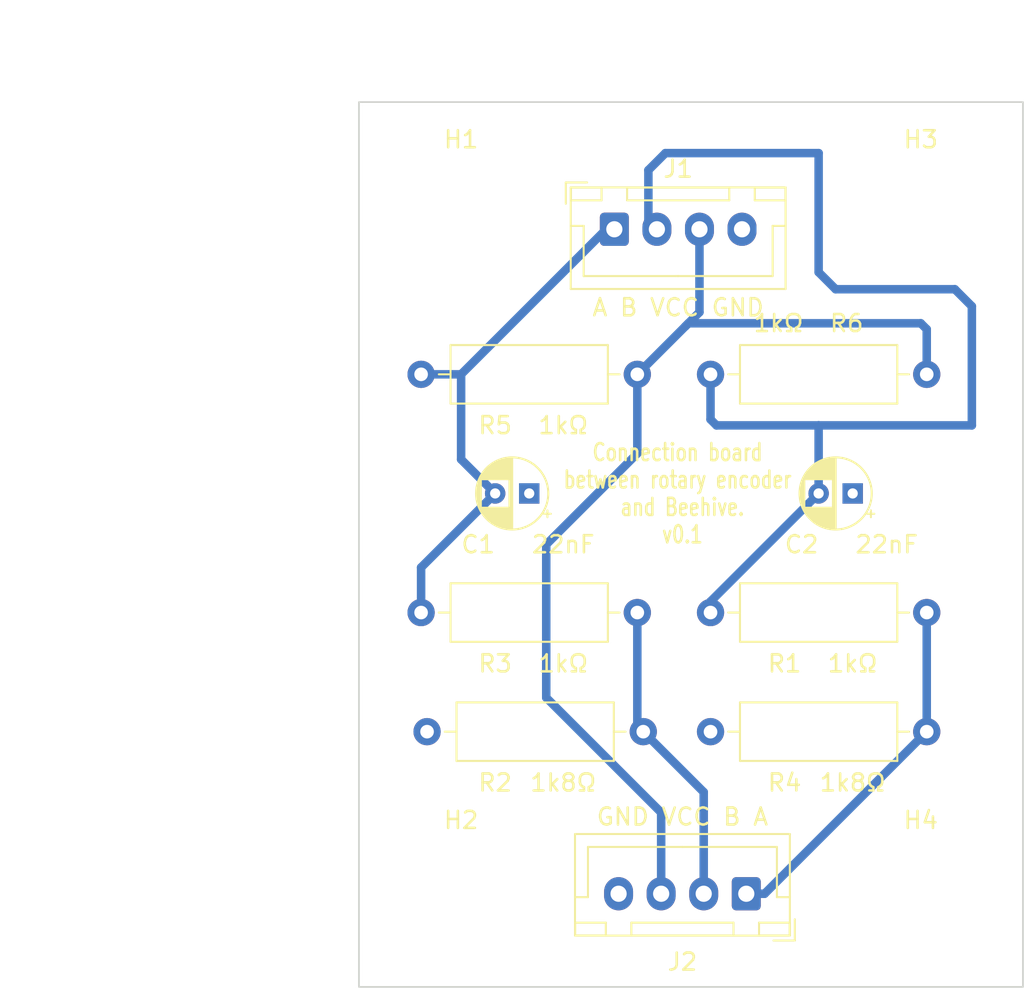
<source format=kicad_pcb>
(kicad_pcb (version 20211014) (generator pcbnew)
  (title_block (title "Rotary Encoder Board") (date "10/08/2022"))
  (layers (0 "F.Cu" signal) (31 "B.Cu" signal) (34 "B.Paste" user) (35 "F.Paste" user) (36 "B.SilkS" user "B.Silkscreen") (37 "F.SilkS" user "F.Silkscreen") (38 "B.Mask" user) (39 "F.Mask" user) (44 "Edge.Cuts" user))
  (net 0 "")
  (net 1 "GND")
  (net 2 "Net-(C1-Pad2)")
  (net 3 "Net-(J1-Pad2)")
  (net 4 "+5V")
  (net 5 "Net-(J2-Pad1)")
  (net 6 "Net-(J2-Pad2)")
  (footprint "Resistor_THT:R_Axial_DIN0309_L9.0mm_D3.2mm_P12.70mm_Horizontal" (layer "F.Cu") (at 75.35 99 180)
    (fp_text reference "R1" (at 8.35 -3) (layer "F.SilkS"))
    (fp_text value "1kΩ" (at 4.35 -3) (layer "F.SilkS"))
    (fp_line (start 10.97 -1.72) (end 1.73 -1.72) (layer "F.SilkS") (width 0.12))
    (fp_line (start 1.73 -1.72) (end 1.73 1.72) (layer "F.SilkS") (width 0.12))
    (fp_line (start 10.97 1.72) (end 10.97 -1.72) (layer "F.SilkS") (width 0.12))
    (fp_line (start 1.04 0) (end 1.73 0) (layer "F.SilkS") (width 0.12))
    (fp_line (start 1.73 1.72) (end 10.97 1.72) (layer "F.SilkS") (width 0.12))
    (fp_line (start 11.66 0) (end 10.97 0) (layer "F.SilkS") (width 0.12))
    (pad "1" thru_hole circle (at 0 0 180) (size 1.6 1.6) (drill 0.8) (layers *.Cu *.Mask) (net 5 "Net-(J2-Pad1)"))
    (pad "2" thru_hole oval (at 12.7 0 180) (size 1.6 1.6) (drill 0.8) (layers *.Cu *.Mask) (net 3 "Net-(J1-Pad2)"))
  )
  (footprint "Capacitor_THT:CP_Radial_D4.0mm_P2.00mm" (layer "F.Cu") (at 71 92 180)
    (fp_text reference "C2" (at 3 -3) (layer "F.SilkS"))
    (fp_text value "22nF" (at -2 -3) (layer "F.SilkS"))
    (fp_line (start 1.04 -2.08) (end 1.04 2.08) (layer "F.SilkS") (width 0.12))
    (fp_line (start 1.24 -2.067) (end 1.24 -0.84) (layer "F.SilkS") (width 0.12))
    (fp_line (start 2.201 0.84) (end 2.201 1.708) (layer "F.SilkS") (width 0.12))
    (fp_line (start 1.801 0.84) (end 1.801 1.924) (layer "F.SilkS") (width 0.12))
    (fp_line (start 2.441 -1.516) (end 2.441 -0.84) (layer "F.SilkS") (width 0.12))
    (fp_line (start 2.601 0.84) (end 2.601 1.351) (layer "F.SilkS") (width 0.12))
    (fp_line (start 2.321 0.84) (end 2.321 1.619) (layer "F.SilkS") (width 0.12))
    (fp_line (start 1.08 -2.079) (end 1.08 2.079) (layer "F.SilkS") (width 0.12))
    (fp_line (start 2.721 0.84) (end 2.721 1.2) (layer "F.SilkS") (width 0.12))
    (fp_line (start 1.32 0.84) (end 1.32 2.056) (layer "F.SilkS") (width 0.12))
    (fp_line (start 1.12 -2.077) (end 1.12 2.077) (layer "F.SilkS") (width 0.12))
    (fp_line (start 2.681 0.84) (end 2.681 1.254) (layer "F.SilkS") (width 0.12))
    (fp_line (start 1.44 -2.034) (end 1.44 -0.84) (layer "F.SilkS") (width 0.12))
    (fp_line (start 1.64 -1.982) (end 1.64 -0.84) (layer "F.SilkS") (width 0.12))
    (fp_line (start 2.641 0.84) (end 2.641 1.304) (layer "F.SilkS") (width 0.12))
    (fp_line (start 1.68 -1.968) (end 1.68 -0.84) (layer "F.SilkS") (width 0.12))
    (fp_line (start -1.269801 -1.195) (end -0.869801 -1.195) (layer "F.SilkS") (width 0.12))
    (fp_line (start 2.041 0.84) (end 2.041 1.808) (layer "F.SilkS") (width 0.12))
    (fp_line (start 2.681 -1.254) (end 2.681 -0.84) (layer "F.SilkS") (width 0.12))
    (fp_line (start 1.721 0.84) (end 1.721 1.954) (layer "F.SilkS") (width 0.12))
    (fp_line (start 2.081 0.84) (end 2.081 1.785) (layer "F.SilkS") (width 0.12))
    (fp_line (start 1.36 0.84) (end 1.36 2.05) (layer "F.SilkS") (width 0.12))
    (fp_line (start 2.201 -1.708) (end 2.201 -0.84) (layer "F.SilkS") (width 0.12))
    (fp_line (start 2.761 -1.142) (end 2.761 -0.84) (layer "F.SilkS") (width 0.12))
    (fp_line (start 2.481 0.84) (end 2.481 1.478) (layer "F.SilkS") (width 0.12))
    (fp_line (start 1.48 -2.025) (end 1.48 -0.84) (layer "F.SilkS") (width 0.12))
    (fp_line (start 1.6 0.84) (end 1.6 1.994) (layer "F.SilkS") (width 0.12))
    (fp_line (start 1.961 0.84) (end 1.961 1.851) (layer "F.SilkS") (width 0.12))
    (fp_line (start 3.081 -0.37) (end 3.081 0.37) (layer "F.SilkS") (width 0.12))
    (fp_line (start 1 -2.08) (end 1 2.08) (layer "F.SilkS") (width 0.12))
    (fp_line (start 2.401 -1.552) (end 2.401 -0.84) (layer "F.SilkS") (width 0.12))
    (fp_line (start 2.721 -1.2) (end 2.721 -0.84) (layer "F.SilkS") (width 0.12))
    (fp_line (start 1.52 0.84) (end 1.52 2.016) (layer "F.SilkS") (width 0.12))
    (fp_line (start 1.28 0.84) (end 1.28 2.062) (layer "F.SilkS") (width 0.12))
    (fp_line (start 1.921 -1.87) (end 1.921 -0.84) (layer "F.SilkS") (width 0.12))
    (fp_line (start 2.641 -1.304) (end 2.641 -0.84) (layer "F.SilkS") (width 0.12))
    (fp_line (start 1.961 -1.851) (end 1.961 -0.84) (layer "F.SilkS") (width 0.12))
    (fp_line (start 2.761 0.84) (end 2.761 1.142) (layer "F.SilkS") (width 0.12))
    (fp_line (start 1.44 0.84) (end 1.44 2.034) (layer "F.SilkS") (width 0.12))
    (fp_line (start 2.001 -1.83) (end 2.001 -0.84) (layer "F.SilkS") (width 0.12))
    (fp_line (start 1.841 -1.907) (end 1.841 -0.84) (layer "F.SilkS") (width 0.12))
    (fp_line (start 2.801 0.84) (end 2.801 1.08) (layer "F.SilkS") (width 0.12))
    (fp_line (start 2.121 0.84) (end 2.121 1.76) (layer "F.SilkS") (width 0.12))
    (fp_line (start 2.801 -1.08) (end 2.801 -0.84) (layer "F.SilkS") (width 0.12))
    (fp_line (start 1.801 -1.924) (end 1.801 -0.84) (layer "F.SilkS") (width 0.12))
    (fp_line (start 1.881 0.84) (end 1.881 1.889) (layer "F.SilkS") (width 0.12))
    (fp_line (start 2.881 -0.94) (end 2.881 0.94) (layer "F.SilkS") (width 0.12))
    (fp_line (start 2.361 0.84) (end 2.361 1.587) (layer "F.SilkS") (width 0.12))
    (fp_line (start 1.36 -2.05) (end 1.36 -0.84) (layer "F.SilkS") (width 0.12))
    (fp_line (start 1.6 -1.994) (end 1.6 -0.84) (layer "F.SilkS") (width 0.12))
    (fp_line (start 3.041 -0.537) (end 3.041 0.537) (layer "F.SilkS") (width 0.12))
    (fp_line (start 1.56 -2.005) (end 1.56 -0.84) (layer "F.SilkS") (width 0.12))
    (fp_line (start 2.961 -0.768) (end 2.961 0.768) (layer "F.SilkS") (width 0.12))
    (fp_line (start 2.441 0.84) (end 2.441 1.516) (layer "F.SilkS") (width 0.12))
    (fp_line (start 1.2 -2.071) (end 1.2 -0.84) (layer "F.SilkS") (width 0.12))
    (fp_line (start 1.4 0.84) (end 1.4 2.042) (layer "F.SilkS") (width 0.12))
    (fp_line (start 1.761 0.84) (end 1.761 1.94) (layer "F.SilkS") (width 0.12))
    (fp_line (start 2.561 -1.396) (end 2.561 -0.84) (layer "F.SilkS") (width 0.12))
    (fp_line (start 2.281 -1.65) (end 2.281 -0.84) (layer "F.SilkS") (width 0.12))
    (fp_line (start 2.601 -1.351) (end 2.601 -0.84) (layer "F.SilkS") (width 0.12))
    (fp_line (start 1.32 -2.056) (end 1.32 -0.84) (layer "F.SilkS") (width 0.12))
    (fp_line (start 2.081 -1.785) (end 2.081 -0.84) (layer "F.SilkS") (width 0.12))
    (fp_line (start 2.361 -1.587) (end 2.361 -0.84) (layer "F.SilkS") (width 0.12))
    (fp_line (start 1.28 -2.062) (end 1.28 -0.84) (layer "F.SilkS") (width 0.12))
    (fp_line (start 1.881 -1.889) (end 1.881 -0.84) (layer "F.SilkS") (width 0.12))
    (fp_line (start 2.921 -0.859) (end 2.921 0.859) (layer "F.SilkS") (width 0.12))
    (fp_line (start 2.241 -1.68) (end 2.241 -0.84) (layer "F.SilkS") (width 0.12))
    (fp_line (start 1.2 0.84) (end 1.2 2.071) (layer "F.SilkS") (width 0.12))
    (fp_line (start 1.48 0.84) (end 1.48 2.025) (layer "F.SilkS") (width 0.12))
    (fp_line (start 1.64 0.84) (end 1.64 1.982) (layer "F.SilkS") (width 0.12))
    (fp_line (start 1.921 0.84) (end 1.921 1.87) (layer "F.SilkS") (width 0.12))
    (fp_line (start 1.16 -2.074) (end 1.16 2.074) (layer "F.SilkS") (width 0.12))
    (fp_line (start 2.161 -1.735) (end 2.161 -0.84) (layer "F.SilkS") (width 0.12))
    (fp_line (start 1.24 0.84) (end 1.24 2.067) (layer "F.SilkS") (width 0.12))
    (fp_line (start 2.281 0.84) (end 2.281 1.65) (layer "F.SilkS") (width 0.12))
    (fp_line (start 2.521 -1.438) (end 2.521 -0.84) (layer "F.SilkS") (width 0.12))
    (fp_line (start 2.841 -1.013) (end 2.841 1.013) (layer "F.SilkS") (width 0.12))
    (fp_line (start 3.001 -0.664) (end 3.001 0.664) (layer "F.SilkS") (width 0.12))
    (fp_line (start 2.001 0.84) (end 2.001 1.83) (layer "F.SilkS") (width 0.12))
    (fp_line (start 1.52 -2.016) (end 1.52 -0.84) (layer "F.SilkS") (width 0.12))
    (fp_line (start 2.161 0.84) (end 2.161 1.735) (layer "F.SilkS") (width 0.12))
    (fp_line (start 1.56 0.84) (end 1.56 2.005) (layer "F.SilkS") (width 0.12))
    (fp_line (start 2.481 -1.478) (end 2.481 -0.84) (layer "F.SilkS") (width 0.12))
    (fp_line (start 2.561 0.84) (end 2.561 1.396) (layer "F.SilkS") (width 0.12))
    (fp_line (start 2.521 0.84) (end 2.521 1.438) (layer "F.SilkS") (width 0.12))
    (fp_line (start 1.841 0.84) (end 1.841 1.907) (layer "F.SilkS") (width 0.12))
    (fp_line (start 2.241 0.84) (end 2.241 1.68) (layer "F.SilkS") (width 0.12))
    (fp_line (start 2.401 0.84) (end 2.401 1.552) (layer "F.SilkS") (width 0.12))
    (fp_line (start 2.321 -1.619) (end 2.321 -0.84) (layer "F.SilkS") (width 0.12))
    (fp_line (start 2.041 -1.808) (end 2.041 -0.84) (layer "F.SilkS") (width 0.12))
    (fp_line (start 1.68 0.84) (end 1.68 1.968) (layer "F.SilkS") (width 0.12))
    (fp_line (start 1.4 -2.042) (end 1.4 -0.84) (layer "F.SilkS") (width 0.12))
    (fp_line (start -1.069801 -1.395) (end -1.069801 -0.995) (layer "F.SilkS") (width 0.12))
    (fp_line (start 2.121 -1.76) (end 2.121 -0.84) (layer "F.SilkS") (width 0.12))
    (fp_line (start 1.721 -1.954) (end 1.721 -0.84) (layer "F.SilkS") (width 0.12))
    (fp_line (start 1.761 -1.94) (end 1.761 -0.84) (layer "F.SilkS") (width 0.12))
    (fp_circle (center 1 0) (end 3.12 0) (layer "F.SilkS") (width 0.12) (fill none))
    (pad "1" thru_hole rect (at 0 0 180) (size 1.2 1.2) (drill 0.6) (layers *.Cu *.Mask) (net 1 "GND"))
    (pad "2" thru_hole circle (at 2 0 180) (size 1.2 1.2) (drill 0.6) (layers *.Cu *.Mask) (net 3 "Net-(J1-Pad2)"))
  )
  (footprint "Connector_JST:JST_XH_B4B-XH-A_1x04_P2.50mm_Vertical" (layer "F.Cu") (at 64.75 115.525 180)
    (fp_text reference "J2" (at 3.75 -4) (layer "F.SilkS"))
    (fp_text value "GND VCC B A" (at 3.75 4.525) (layer "F.SilkS"))
    (fp_line (start 0.75 -2.45) (end 0.75 -1.7) (layer "F.SilkS") (width 0.12))
    (fp_line (start -1.6 -2.75) (end -2.85 -2.75) (layer "F.SilkS") (width 0.12))
    (fp_line (start -0.75 -1.7) (end -0.75 -2.45) (layer "F.SilkS") (width 0.12))
    (fp_line (start 9.3 2.75) (end 3.75 2.75) (layer "F.SilkS") (width 0.12))
    (fp_line (start -2.56 -2.46) (end -2.56 3.51) (layer "F.SilkS") (width 0.12))
    (fp_line (start -2.56 3.51) (end 10.06 3.51) (layer "F.SilkS") (width 0.12))
    (fp_line (start -2.55 -1.7) (end -0.75 -1.7) (layer "F.SilkS") (width 0.12))
    (fp_line (start 10.05 -0.2) (end 9.3 -0.2) (layer "F.SilkS") (width 0.12))
    (fp_line (start -1.8 -0.2) (end -1.8 2.75) (layer "F.SilkS") (width 0.12))
    (fp_line (start 6.75 -1.7) (end 6.75 -2.45) (layer "F.SilkS") (width 0.12))
    (fp_line (start 10.05 -1.7) (end 10.05 -2.45) (layer "F.SilkS") (width 0.12))
    (fp_line (start 10.05 -2.45) (end 8.25 -2.45) (layer "F.SilkS") (width 0.12))
    (fp_line (start 10.06 3.51) (end 10.06 -2.46) (layer "F.SilkS") (width 0.12))
    (fp_line (start 8.25 -2.45) (end 8.25 -1.7) (layer "F.SilkS") (width 0.12))
    (fp_line (start 9.3 -0.2) (end 9.3 2.75) (layer "F.SilkS") (width 0.12))
    (fp_line (start 8.25 -1.7) (end 10.05 -1.7) (layer "F.SilkS") (width 0.12))
    (fp_line (start -2.85 -2.75) (end -2.85 -1.5) (layer "F.SilkS") (width 0.12))
    (fp_line (start 0.75 -1.7) (end 6.75 -1.7) (layer "F.SilkS") (width 0.12))
    (fp_line (start -0.75 -2.45) (end -2.55 -2.45) (layer "F.SilkS") (width 0.12))
    (fp_line (start 6.75 -2.45) (end 0.75 -2.45) (layer "F.SilkS") (width 0.12))
    (fp_line (start 10.06 -2.46) (end -2.56 -2.46) (layer "F.SilkS") (width 0.12))
    (fp_line (start -2.55 -0.2) (end -1.8 -0.2) (layer "F.SilkS") (width 0.12))
    (fp_line (start -2.55 -2.45) (end -2.55 -1.7) (layer "F.SilkS") (width 0.12))
    (fp_line (start -1.8 2.75) (end 3.75 2.75) (layer "F.SilkS") (width 0.12))
    (pad "1" thru_hole roundrect (at 0 0 180) (size 1.7 1.95) (drill 0.95) (layers *.Cu *.Mask) (roundrect_rratio 0.147059) (net 5 "Net-(J2-Pad1)"))
    (pad "2" thru_hole oval (at 2.5 0 180) (size 1.7 1.95) (drill 0.95) (layers *.Cu *.Mask) (net 6 "Net-(J2-Pad2)"))
    (pad "3" thru_hole oval (at 5 0 180) (size 1.7 1.95) (drill 0.95) (layers *.Cu *.Mask) (net 4 "+5V"))
    (pad "4" thru_hole oval (at 7.5 0 180) (size 1.7 1.95) (drill 0.95) (layers *.Cu *.Mask) (net 1 "GND"))
  )
  (footprint "Resistor_THT:R_Axial_DIN0309_L9.0mm_D3.2mm_P12.70mm_Horizontal" (layer "F.Cu") (at 46 106)
    (fp_text reference "R2" (at 4 3) (layer "F.SilkS"))
    (fp_text value "1k8Ω" (at 8 3) (layer "F.SilkS"))
    (fp_line (start 1.73 1.72) (end 10.97 1.72) (layer "F.SilkS") (width 0.12))
    (fp_line (start 10.97 -1.72) (end 1.73 -1.72) (layer "F.SilkS") (width 0.12))
    (fp_line (start 10.97 1.72) (end 10.97 -1.72) (layer "F.SilkS") (width 0.12))
    (fp_line (start 11.66 0) (end 10.97 0) (layer "F.SilkS") (width 0.12))
    (fp_line (start 1.73 -1.72) (end 1.73 1.72) (layer "F.SilkS") (width 0.12))
    (fp_line (start 1.04 0) (end 1.73 0) (layer "F.SilkS") (width 0.12))
    (pad "1" thru_hole circle (at 0 0) (size 1.6 1.6) (drill 0.8) (layers *.Cu *.Mask) (net 1 "GND"))
    (pad "2" thru_hole oval (at 12.7 0) (size 1.6 1.6) (drill 0.8) (layers *.Cu *.Mask) (net 6 "Net-(J2-Pad2)"))
  )
  (footprint "Capacitor_THT:CP_Radial_D4.0mm_P2.00mm" (layer "F.Cu") (at 52 92 180)
    (fp_text reference "C1" (at 3 -3) (layer "F.SilkS"))
    (fp_text value "22nF" (at -2 -3) (layer "F.SilkS"))
    (fp_line (start 2.441 0.84) (end 2.441 1.516) (layer "F.SilkS") (width 0.12))
    (fp_line (start 1.56 0.84) (end 1.56 2.005) (layer "F.SilkS") (width 0.12))
    (fp_line (start 1.841 0.84) (end 1.841 1.907) (layer "F.SilkS") (width 0.12))
    (fp_line (start 2.401 -1.552) (end 2.401 -0.84) (layer "F.SilkS") (width 0.12))
    (fp_line (start 1.48 -2.025) (end 1.48 -0.84) (layer "F.SilkS") (width 0.12))
    (fp_line (start 1.761 -1.94) (end 1.761 -0.84) (layer "F.SilkS") (width 0.12))
    (fp_line (start 2.161 0.84) (end 2.161 1.735) (layer "F.SilkS") (width 0.12))
    (fp_line (start 1.44 -2.034) (end 1.44 -0.84) (layer "F.SilkS") (width 0.12))
    (fp_line (start 2.081 0.84) (end 2.081 1.785) (layer "F.SilkS") (width 0.12))
    (fp_line (start 2.721 0.84) (end 2.721 1.2) (layer "F.SilkS") (width 0.12))
    (fp_line (start 1.52 0.84) (end 1.52 2.016) (layer "F.SilkS") (width 0.12))
    (fp_line (start 2.121 -1.76) (end 2.121 -0.84) (layer "F.SilkS") (width 0.12))
    (fp_line (start 2.681 0.84) (end 2.681 1.254) (layer "F.SilkS") (width 0.12))
    (fp_line (start 1.2 -2.071) (end 1.2 -0.84) (layer "F.SilkS") (width 0.12))
    (fp_line (start 1.08 -2.079) (end 1.08 2.079) (layer "F.SilkS") (width 0.12))
    (fp_line (start 2.801 0.84) (end 2.801 1.08) (layer "F.SilkS") (width 0.12))
    (fp_line (start 2.681 -1.254) (end 2.681 -0.84) (layer "F.SilkS") (width 0.12))
    (fp_line (start 2.801 -1.08) (end 2.801 -0.84) (layer "F.SilkS") (width 0.12))
    (fp_line (start 1.68 -1.968) (end 1.68 -0.84) (layer "F.SilkS") (width 0.12))
    (fp_line (start 2.761 -1.142) (end 2.761 -0.84) (layer "F.SilkS") (width 0.12))
    (fp_line (start 2.001 -1.83) (end 2.001 -0.84) (layer "F.SilkS") (width 0.12))
    (fp_line (start 1.721 0.84) (end 1.721 1.954) (layer "F.SilkS") (width 0.12))
    (fp_line (start 2.321 0.84) (end 2.321 1.619) (layer "F.SilkS") (width 0.12))
    (fp_line (start 2.641 0.84) (end 2.641 1.304) (layer "F.SilkS") (width 0.12))
    (fp_line (start -1.069801 -1.395) (end -1.069801 -0.995) (layer "F.SilkS") (width 0.12))
    (fp_line (start 1.36 0.84) (end 1.36 2.05) (layer "F.SilkS") (width 0.12))
    (fp_line (start 1.2 0.84) (end 1.2 2.071) (layer "F.SilkS") (width 0.12))
    (fp_line (start 1.28 0.84) (end 1.28 2.062) (layer "F.SilkS") (width 0.12))
    (fp_line (start 1.12 -2.077) (end 1.12 2.077) (layer "F.SilkS") (width 0.12))
    (fp_line (start 3.081 -0.37) (end 3.081 0.37) (layer "F.SilkS") (width 0.12))
    (fp_line (start 2.881 -0.94) (end 2.881 0.94) (layer "F.SilkS") (width 0.12))
    (fp_line (start 1.56 -2.005) (end 1.56 -0.84) (layer "F.SilkS") (width 0.12))
    (fp_line (start 1.921 -1.87) (end 1.921 -0.84) (layer "F.SilkS") (width 0.12))
    (fp_line (start 1.24 0.84) (end 1.24 2.067) (layer "F.SilkS") (width 0.12))
    (fp_line (start 1.64 0.84) (end 1.64 1.982) (layer "F.SilkS") (width 0.12))
    (fp_line (start 2.201 -1.708) (end 2.201 -0.84) (layer "F.SilkS") (width 0.12))
    (fp_line (start 2.481 -1.478) (end 2.481 -0.84) (layer "F.SilkS") (width 0.12))
    (fp_line (start 2.921 -0.859) (end 2.921 0.859) (layer "F.SilkS") (width 0.12))
    (fp_line (start 1.881 0.84) (end 1.881 1.889) (layer "F.SilkS") (width 0.12))
    (fp_line (start 1.961 0.84) (end 1.961 1.851) (layer "F.SilkS") (width 0.12))
    (fp_line (start 2.041 0.84) (end 2.041 1.808) (layer "F.SilkS") (width 0.12))
    (fp_line (start 1.761 0.84) (end 1.761 1.94) (layer "F.SilkS") (width 0.12))
    (fp_line (start 2.521 -1.438) (end 2.521 -0.84) (layer "F.SilkS") (width 0.12))
    (fp_line (start -1.269801 -1.195) (end -0.869801 -1.195) (layer "F.SilkS") (width 0.12))
    (fp_line (start 2.361 -1.587) (end 2.361 -0.84) (layer "F.SilkS") (width 0.12))
    (fp_line (start 1.44 0.84) (end 1.44 2.034) (layer "F.SilkS") (width 0.12))
    (fp_line (start 2.081 -1.785) (end 2.081 -0.84) (layer "F.SilkS") (width 0.12))
    (fp_line (start 2.721 -1.2) (end 2.721 -0.84) (layer "F.SilkS") (width 0.12))
    (fp_line (start 1.16 -2.074) (end 1.16 2.074) (layer "F.SilkS") (width 0.12))
    (fp_line (start 2.441 -1.516) (end 2.441 -0.84) (layer "F.SilkS") (width 0.12))
    (fp_line (start 2.641 -1.304) (end 2.641 -0.84) (layer "F.SilkS") (width 0.12))
    (fp_line (start 2.401 0.84) (end 2.401 1.552) (layer "F.SilkS") (width 0.12))
    (fp_line (start 3.041 -0.537) (end 3.041 0.537) (layer "F.SilkS") (width 0.12))
    (fp_line (start 2.361 0.84) (end 2.361 1.587) (layer "F.SilkS") (width 0.12))
    (fp_line (start 2.241 -1.68) (end 2.241 -0.84) (layer "F.SilkS") (width 0.12))
    (fp_line (start 2.241 0.84) (end 2.241 1.68) (layer "F.SilkS") (width 0.12))
    (fp_line (start 1.841 -1.907) (end 1.841 -0.84) (layer "F.SilkS") (width 0.12))
    (fp_line (start 1.801 0.84) (end 1.801 1.924) (layer "F.SilkS") (width 0.12))
    (fp_line (start 2.521 0.84) (end 2.521 1.438) (layer "F.SilkS") (width 0.12))
    (fp_line (start 1.04 -2.08) (end 1.04 2.08) (layer "F.SilkS") (width 0.12))
    (fp_line (start 2.841 -1.013) (end 2.841 1.013) (layer "F.SilkS") (width 0.12))
    (fp_line (start 2.561 -1.396) (end 2.561 -0.84) (layer "F.SilkS") (width 0.12))
    (fp_line (start 2.281 -1.65) (end 2.281 -0.84) (layer "F.SilkS") (width 0.12))
    (fp_line (start 1.4 -2.042) (end 1.4 -0.84) (layer "F.SilkS") (width 0.12))
    (fp_line (start 1.68 0.84) (end 1.68 1.968) (layer "F.SilkS") (width 0.12))
    (fp_line (start 1.921 0.84) (end 1.921 1.87) (layer "F.SilkS") (width 0.12))
    (fp_line (start 1.32 -2.056) (end 1.32 -0.84) (layer "F.SilkS") (width 0.12))
    (fp_line (start 2.321 -1.619) (end 2.321 -0.84) (layer "F.SilkS") (width 0.12))
    (fp_line (start 2.001 0.84) (end 2.001 1.83) (layer "F.SilkS") (width 0.12))
    (fp_line (start 2.961 -0.768) (end 2.961 0.768) (layer "F.SilkS") (width 0.12))
    (fp_line (start 1.721 -1.954) (end 1.721 -0.84) (layer "F.SilkS") (width 0.12))
    (fp_line (start 1.961 -1.851) (end 1.961 -0.84) (layer "F.SilkS") (width 0.12))
    (fp_line (start 1.36 -2.05) (end 1.36 -0.84) (layer "F.SilkS") (width 0.12))
    (fp_line (start 1 -2.08) (end 1 2.08) (layer "F.SilkS") (width 0.12))
    (fp_line (start 1.48 0.84) (end 1.48 2.025) (layer "F.SilkS") (width 0.12))
    (fp_line (start 2.561 0.84) (end 2.561 1.396) (layer "F.SilkS") (width 0.12))
    (fp_line (start 2.121 0.84) (end 2.121 1.76) (layer "F.SilkS") (width 0.12))
    (fp_line (start 1.801 -1.924) (end 1.801 -0.84) (layer "F.SilkS") (width 0.12))
    (fp_line (start 1.52 -2.016) (end 1.52 -0.84) (layer "F.SilkS") (width 0.12))
    (fp_line (start 2.281 0.84) (end 2.281 1.65) (layer "F.SilkS") (width 0.12))
    (fp_line (start 3.001 -0.664) (end 3.001 0.664) (layer "F.SilkS") (width 0.12))
    (fp_line (start 1.4 0.84) (end 1.4 2.042) (layer "F.SilkS") (width 0.12))
    (fp_line (start 2.201 0.84) (end 2.201 1.708) (layer "F.SilkS") (width 0.12))
    (fp_line (start 1.881 -1.889) (end 1.881 -0.84) (layer "F.SilkS") (width 0.12))
    (fp_line (start 2.161 -1.735) (end 2.161 -0.84) (layer "F.SilkS") (width 0.12))
    (fp_line (start 1.28 -2.062) (end 1.28 -0.84) (layer "F.SilkS") (width 0.12))
    (fp_line (start 2.601 -1.351) (end 2.601 -0.84) (layer "F.SilkS") (width 0.12))
    (fp_line (start 2.601 0.84) (end 2.601 1.351) (layer "F.SilkS") (width 0.12))
    (fp_line (start 1.32 0.84) (end 1.32 2.056) (layer "F.SilkS") (width 0.12))
    (fp_line (start 2.041 -1.808) (end 2.041 -0.84) (layer "F.SilkS") (width 0.12))
    (fp_line (start 1.64 -1.982) (end 1.64 -0.84) (layer "F.SilkS") (width 0.12))
    (fp_line (start 2.481 0.84) (end 2.481 1.478) (layer "F.SilkS") (width 0.12))
    (fp_line (start 1.6 -1.994) (end 1.6 -0.84) (layer "F.SilkS") (width 0.12))
    (fp_line (start 2.761 0.84) (end 2.761 1.142) (layer "F.SilkS") (width 0.12))
    (fp_line (start 1.24 -2.067) (end 1.24 -0.84) (layer "F.SilkS") (width 0.12))
    (fp_line (start 1.6 0.84) (end 1.6 1.994) (layer "F.SilkS") (width 0.12))
    (fp_circle (center 1 0) (end 3.12 0) (layer "F.SilkS") (width 0.12) (fill none))
    (pad "1" thru_hole rect (at 0 0 180) (size 1.2 1.2) (drill 0.6) (layers *.Cu *.Mask) (net 1 "GND"))
    (pad "2" thru_hole circle (at 2 0 180) (size 1.2 1.2) (drill 0.6) (layers *.Cu *.Mask) (net 2 "Net-(C1-Pad2)"))
  )
  (footprint "Resistor_THT:R_Axial_DIN0309_L9.0mm_D3.2mm_P12.70mm_Horizontal" (layer "F.Cu") (at 62.65 85)
    (fp_text reference "R6" (at 8 -3) (layer "F.SilkS"))
    (fp_text value "1kΩ" (at 4 -3) (layer "F.SilkS"))
    (fp_line (start 10.97 1.72) (end 10.97 -1.72) (layer "F.SilkS") (width 0.12))
    (fp_line (start 11.66 0) (end 10.97 0) (layer "F.SilkS") (width 0.12))
    (fp_line (start 1.04 0) (end 1.73 0) (layer "F.SilkS") (width 0.12))
    (fp_line (start 10.97 -1.72) (end 1.73 -1.72) (layer "F.SilkS") (width 0.12))
    (fp_line (start 1.73 1.72) (end 10.97 1.72) (layer "F.SilkS") (width 0.12))
    (fp_line (start 1.73 -1.72) (end 1.73 1.72) (layer "F.SilkS") (width 0.12))
    (pad "1" thru_hole circle (at 0 0) (size 1.6 1.6) (drill 0.8) (layers *.Cu *.Mask) (net 3 "Net-(J1-Pad2)"))
    (pad "2" thru_hole oval (at 12.7 0) (size 1.6 1.6) (drill 0.8) (layers *.Cu *.Mask) (net 4 "+5V"))
  )
  (footprint "Resistor_THT:R_Axial_DIN0309_L9.0mm_D3.2mm_P12.70mm_Horizontal" (layer "F.Cu") (at 58.35 99 180)
    (fp_text reference "R3" (at 8.35 -3) (layer "F.SilkS"))
    (fp_text value "1kΩ" (at 4.35 -3) (layer "F.SilkS"))
    (fp_line (start 10.97 -1.72) (end 1.73 -1.72) (layer "F.SilkS") (width 0.12))
    (fp_line (start 1.73 -1.72) (end 1.73 1.72) (layer "F.SilkS") (width 0.12))
    (fp_line (start 1.04 0) (end 1.73 0) (layer "F.SilkS") (width 0.12))
    (fp_line (start 1.73 1.72) (end 10.97 1.72) (layer "F.SilkS") (width 0.12))
    (fp_line (start 10.97 1.72) (end 10.97 -1.72) (layer "F.SilkS") (width 0.12))
    (fp_line (start 11.66 0) (end 10.97 0) (layer "F.SilkS") (width 0.12))
    (pad "1" thru_hole circle (at 0 0 180) (size 1.6 1.6) (drill 0.8) (layers *.Cu *.Mask) (net 6 "Net-(J2-Pad2)"))
    (pad "2" thru_hole oval (at 12.7 0 180) (size 1.6 1.6) (drill 0.8) (layers *.Cu *.Mask) (net 2 "Net-(C1-Pad2)"))
  )
  (footprint "MountingHole:MountingHole_3.2mm_M3_DIN965" (layer "F.Cu") (at 75 115)
    (fp_text reference "H4" (at 0 -3.8) (layer "F.SilkS"))
    (fp_text value "MountingHole")
    (pad "" np_thru_hole circle (at 0 0) (size 3.2 3.2) (drill 3.2) (layers *.Cu *.Mask))
  )
  (footprint "MountingHole:MountingHole_3.2mm_M3_DIN965" (layer "F.Cu") (at 48 75)
    (fp_text reference "H1" (at 0 -3.8) (layer "F.SilkS"))
    (fp_text value "MountingHole")
    (pad "" np_thru_hole circle (at 0 0) (size 3.2 3.2) (drill 3.2) (layers *.Cu *.Mask))
  )
  (footprint "Resistor_THT:R_Axial_DIN0309_L9.0mm_D3.2mm_P12.70mm_Horizontal" (layer "F.Cu") (at 45.65 85)
    (fp_text reference "R5" (at 4.35 3) (layer "F.SilkS"))
    (fp_text value "1kΩ" (at 8.35 3) (layer "F.SilkS"))
    (fp_line (start 1.73 1.72) (end 10.97 1.72) (layer "F.SilkS") (width 0.12))
    (fp_line (start 10.97 -1.72) (end 1.73 -1.72) (layer "F.SilkS") (width 0.12))
    (fp_line (start 11.66 0) (end 10.97 0) (layer "F.SilkS") (width 0.12))
    (fp_line (start 10.97 1.72) (end 10.97 -1.72) (layer "F.SilkS") (width 0.12))
    (fp_line (start 1.73 -1.72) (end 1.73 1.72) (layer "F.SilkS") (width 0.12))
    (fp_line (start 1.04 0) (end 1.73 0) (layer "F.SilkS") (width 0.12))
    (pad "1" thru_hole circle (at 0 0) (size 1.6 1.6) (drill 0.8) (layers *.Cu *.Mask) (net 2 "Net-(C1-Pad2)"))
    (pad "2" thru_hole oval (at 12.7 0) (size 1.6 1.6) (drill 0.8) (layers *.Cu *.Mask) (net 4 "+5V"))
  )
  (footprint "Resistor_THT:R_Axial_DIN0309_L9.0mm_D3.2mm_P12.70mm_Horizontal" (layer "F.Cu") (at 62.65 106)
    (fp_text reference "R4" (at 4.35 3) (layer "F.SilkS"))
    (fp_text value "1k8Ω" (at 8.35 3) (layer "F.SilkS"))
    (fp_line (start 1.04 0) (end 1.73 0) (layer "F.SilkS") (width 0.12))
    (fp_line (start 10.97 -1.72) (end 1.73 -1.72) (layer "F.SilkS") (width 0.12))
    (fp_line (start 1.73 -1.72) (end 1.73 1.72) (layer "F.SilkS") (width 0.12))
    (fp_line (start 10.97 1.72) (end 10.97 -1.72) (layer "F.SilkS") (width 0.12))
    (fp_line (start 11.66 0) (end 10.97 0) (layer "F.SilkS") (width 0.12))
    (fp_line (start 1.73 1.72) (end 10.97 1.72) (layer "F.SilkS") (width 0.12))
    (pad "1" thru_hole circle (at 0 0) (size 1.6 1.6) (drill 0.8) (layers *.Cu *.Mask) (net 1 "GND"))
    (pad "2" thru_hole oval (at 12.7 0) (size 1.6 1.6) (drill 0.8) (layers *.Cu *.Mask) (net 5 "Net-(J2-Pad1)"))
  )
  (footprint "MountingHole:MountingHole_3.2mm_M3_DIN965" (layer "F.Cu") (at 48 115)
    (fp_text reference "H2" (at 0 -3.8) (layer "F.SilkS"))
    (fp_text value "MountingHole")
    (pad "" np_thru_hole circle (at 0 0) (size 3.2 3.2) (drill 3.2) (layers *.Cu *.Mask))
  )
  (footprint "Connector_JST:JST_XH_B4B-XH-A_1x04_P2.50mm_Vertical" (layer "F.Cu") (at 57 76.475)
    (fp_text reference "J1" (at 3.75 -3.55) (layer "F.SilkS"))
    (fp_text value "A B VCC GND" (at 3.75 4.6) (layer "F.SilkS"))
    (fp_line (start -1.6 -2.75) (end -2.85 -2.75) (layer "F.SilkS") (width 0.12))
    (fp_line (start -2.56 3.51) (end 10.06 3.51) (layer "F.SilkS") (width 0.12))
    (fp_line (start -1.8 2.75) (end 3.75 2.75) (layer "F.SilkS") (width 0.12))
    (fp_line (start -2.85 -2.75) (end -2.85 -1.5) (layer "F.SilkS") (width 0.12))
    (fp_line (start 6.75 -2.45) (end 0.75 -2.45) (layer "F.SilkS") (width 0.12))
    (fp_line (start -0.75 -1.7) (end -0.75 -2.45) (layer "F.SilkS") (width 0.12))
    (fp_line (start 8.25 -1.7) (end 10.05 -1.7) (layer "F.SilkS") (width 0.12))
    (fp_line (start -2.55 -0.2) (end -1.8 -0.2) (layer "F.SilkS") (width 0.12))
    (fp_line (start 10.06 3.51) (end 10.06 -2.46) (layer "F.SilkS") (width 0.12))
    (fp_line (start 10.05 -1.7) (end 10.05 -2.45) (layer "F.SilkS") (width 0.12))
    (fp_line (start 6.75 -1.7) (end 6.75 -2.45) (layer "F.SilkS") (width 0.12))
    (fp_line (start -2.56 -2.46) (end -2.56 3.51) (layer "F.SilkS") (width 0.12))
    (fp_line (start -2.55 -2.45) (end -2.55 -1.7) (layer "F.SilkS") (width 0.12))
    (fp_line (start 10.05 -2.45) (end 8.25 -2.45) (layer "F.SilkS") (width 0.12))
    (fp_line (start 0.75 -2.45) (end 0.75 -1.7) (layer "F.SilkS") (width 0.12))
    (fp_line (start 9.3 -0.2) (end 9.3 2.75) (layer "F.SilkS") (width 0.12))
    (fp_line (start 10.06 -2.46) (end -2.56 -2.46) (layer "F.SilkS") (width 0.12))
    (fp_line (start -0.75 -2.45) (end -2.55 -2.45) (layer "F.SilkS") (width 0.12))
    (fp_line (start 9.3 2.75) (end 3.75 2.75) (layer "F.SilkS") (width 0.12))
    (fp_line (start 0.75 -1.7) (end 6.75 -1.7) (layer "F.SilkS") (width 0.12))
    (fp_line (start 8.25 -2.45) (end 8.25 -1.7) (layer "F.SilkS") (width 0.12))
    (fp_line (start -1.8 -0.2) (end -1.8 2.75) (layer "F.SilkS") (width 0.12))
    (fp_line (start -2.55 -1.7) (end -0.75 -1.7) (layer "F.SilkS") (width 0.12))
    (fp_line (start 10.05 -0.2) (end 9.3 -0.2) (layer "F.SilkS") (width 0.12))
    (pad "1" thru_hole roundrect (at 0 0) (size 1.7 1.95) (drill 0.95) (layers *.Cu *.Mask) (roundrect_rratio 0.147059) (net 2 "Net-(C1-Pad2)"))
    (pad "2" thru_hole oval (at 2.5 0) (size 1.7 1.95) (drill 0.95) (layers *.Cu *.Mask) (net 3 "Net-(J1-Pad2)"))
    (pad "3" thru_hole oval (at 5 0) (size 1.7 1.95) (drill 0.95) (layers *.Cu *.Mask) (net 4 "+5V"))
    (pad "4" thru_hole oval (at 7.5 0) (size 1.7 1.95) (drill 0.95) (layers *.Cu *.Mask) (net 1 "GND"))
  )
  (footprint "MountingHole:MountingHole_3.2mm_M3_DIN965" (layer "F.Cu") (at 75 75)
    (fp_text reference "H3" (at 0 -3.8) (layer "F.SilkS"))
    (fp_text value "MountingHole")
    (pad "" np_thru_hole circle (at 0 0) (size 3.2 3.2) (drill 3.2) (layers *.Cu *.Mask))
  )
  (gr_rect (start 42 69) (end 81 121) (layer "Edge.Cuts") (width 0.1) (fill none))
  (gr_text "Connection board \nbetween rotary encoder \nand Beehive.\nv0.1" (at 61 92) (layer "F.SilkS") (effects (font (size 1 0.75))))
  (segment (start 57 76.475) (end 56.878554 76.475) (width 0.5) (layer "F.Cu") (net 2))
  (segment (start 57 76.475) (end 57 77) (width 0.5) (layer "F.Cu") (net 2))
  (segment (start 56.525 76.475) (end 48 85) (width 0.5) (layer "B.Cu") (net 2))
  (segment (start 45.65 96.35) (end 45.65 99) (width 0.5) (layer "B.Cu") (net 2))
  (segment (start 48 85) (end 48 90) (width 0.5) (layer "B.Cu") (net 2))
  (segment (start 48 90) (end 50 92) (width 0.5) (layer "B.Cu") (net 2))
  (segment (start 48 85) (end 45.65 85) (width 0.5) (layer "B.Cu") (net 2))
  (segment (start 57 76.475) (end 56.525 76.475) (width 0.5) (layer "B.Cu") (net 2))
  (segment (start 50 92) (end 45.65 96.35) (width 0.5) (layer "B.Cu") (net 2))
  (segment (start 62.65 98.35) (end 62.65 99) (width 0.5) (layer "F.Cu") (net 3))
  (segment (start 59.475 76.475) (end 59.5 76.475) (width 0.5) (layer "B.Cu") (net 3))
  (segment (start 59 73) (end 59 76) (width 0.5) (layer "B.Cu") (net 3))
  (segment (start 69 88) (end 78 88) (width 0.5) (layer "B.Cu") (net 3))
  (segment (start 62.65 87.65) (end 63 88) (width 0.5) (layer "B.Cu") (net 3))
  (segment (start 69 72) (end 60 72) (width 0.5) (layer "B.Cu") (net 3))
  (segment (start 69 92) (end 69 88) (width 0.5) (layer "B.Cu") (net 3))
  (segment (start 60 72) (end 59 73) (width 0.5) (layer "B.Cu") (net 3))
  (segment (start 59 76) (end 59.475 76.475) (width 0.5) (layer "B.Cu") (net 3))
  (segment (start 69 92) (end 62.65 98.35) (width 0.5) (layer "B.Cu") (net 3))
  (segment (start 78 88) (end 78 81) (width 0.5) (layer "B.Cu") (net 3))
  (segment (start 62.65 98.35) (end 62.65 99) (width 0.5) (layer "B.Cu") (net 3))
  (segment (start 62.65 85) (end 62.65 87.65) (width 0.5) (layer "B.Cu") (net 3))
  (segment (start 70 80) (end 69 79) (width 0.5) (layer "B.Cu") (net 3))
  (segment (start 69 79) (end 69 72) (width 0.5) (layer "B.Cu") (net 3))
  (segment (start 77 80) (end 70 80) (width 0.5) (layer "B.Cu") (net 3))
  (segment (start 78 81) (end 77 80) (width 0.5) (layer "B.Cu") (net 3))
  (segment (start 63 88) (end 69 88) (width 0.5) (layer "B.Cu") (net 3))
  (segment (start 62 76.475) (end 62 81.35) (width 0.5) (layer "B.Cu") (net 4))
  (segment (start 75 82) (end 61.35 82) (width 0.5) (layer "B.Cu") (net 4))
  (segment (start 62 81.35) (end 61.175 82.175) (width 0.5) (layer "B.Cu") (net 4))
  (segment (start 61.35 82) (end 61.175 82.175) (width 0.5) (layer "B.Cu") (net 4))
  (segment (start 75.35 85) (end 75.35 82.35) (width 0.5) (layer "B.Cu") (net 4))
  (segment (start 58.35 89.65) (end 58.35 85) (width 0.5) (layer "B.Cu") (net 4))
  (segment (start 75.35 82.35) (end 75 82) (width 0.5) (layer "B.Cu") (net 4))
  (segment (start 59.75 115.525) (end 59.75 110.75) (width 0.5) (layer "B.Cu") (net 4))
  (segment (start 53 104) (end 53 95) (width 0.5) (layer "B.Cu") (net 4))
  (segment (start 53 95) (end 58.35 89.65) (width 0.5) (layer "B.Cu") (net 4))
  (segment (start 59.75 110.75) (end 53 104) (width 0.5) (layer "B.Cu") (net 4))
  (segment (start 61.175 82.175) (end 58.35 85) (width 0.5) (layer "B.Cu") (net 4))
  (segment (start 75.35 99) (end 75.35 106) (width 0.5) (layer "B.Cu") (net 5))
  (segment (start 64.75 115.525) (end 65.825 115.525) (width 0.5) (layer "B.Cu") (net 5))
  (segment (start 65.825 115.525) (end 75.35 106) (width 0.5) (layer "B.Cu") (net 5))
  (segment (start 58.35 105.65) (end 58.7 106) (width 0.5) (layer "F.Cu") (net 6))
  (segment (start 62.25 109.55) (end 62.25 115.525) (width 0.5) (layer "B.Cu") (net 6))
  (segment (start 58.7 106) (end 62.25 109.55) (width 0.5) (layer "B.Cu") (net 6))
  (segment (start 58.35 105.65) (end 58.7 106) (width 0.5) (layer "B.Cu") (net 6))
  (segment (start 58.35 99) (end 58.35 105.65) (width 0.5) (layer "B.Cu") (net 6))
)
</source>
